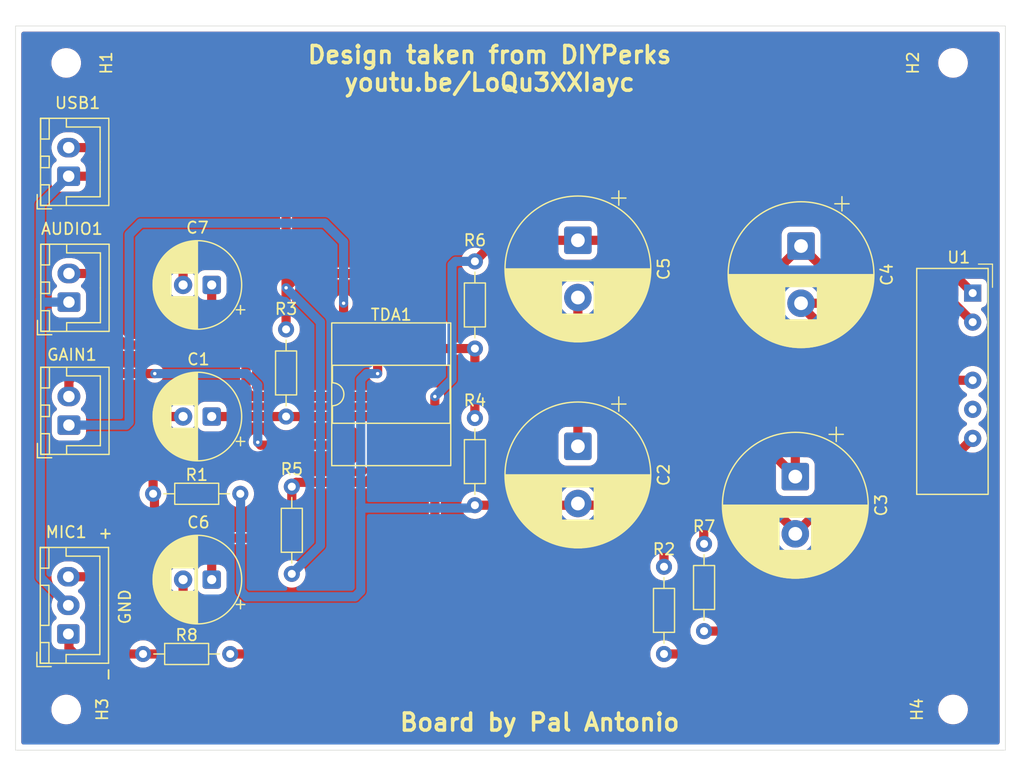
<source format=kicad_pcb>
(kicad_pcb (version 20241229) (generator "pcbnew") (generator_version "9.0")
  (layers (0 "F.Cu" signal) (2 "B.Cu" signal) (13 "F.Paste" user) (15 "B.Paste" user) (5 "F.SilkS" user "F.Silkscreen") (7 "B.SilkS" user "B.Silkscreen") (1 "F.Mask" user) (3 "B.Mask" user) (25 "Edge.Cuts" user))
  (net 0 "")
  (net 1 "Net-(MIC1-Pin_3)")
  (net 2 "Net-(U1-VIN+)")
  (net 3 "Net-(MIC1-Pin_1)")
  (net 4 "Net-(GAIN1-Pin_1)")
  (net 5 "Net-(GAIN1-Pin_2)")
  (net 6 "Net-(U1-VOUT+)")
  (net 7 "Net-(U1-VOUT-)")
  (net 9 "Net-(AUDIO1-Pin_2)")
  (net 10 "Net-(AUDIO1-Pin_1)")
  (net 11 "Net-(TDA1-E-)")
  (net 12 "Net-(TDA1-V+)")
  (net 13 "Net-(TDA1-SYM)")
  (net 14 "Net-(TDA1-E+)")
  (net 15 "Net-(TDA1-GND)")
  (footprint "Resistor_THT:R_Axial_DIN0204_L3.6mm_D1.6mm_P7.62mm_Horizontal" (layer "F.Cu") (at 48 60.15 180)
    (property "Reference" "R1" (at 3.81 1.65 180) (layer "F.SilkS"))
    (property "Value" "2k2")
    (pad "1" thru_hole circle (at 0 0 180) (size 1.4 1.4) (drill 0.7) (layers "*.Cu" "*.Mask") (net 12 "Net-(TDA1-V+)"))
    (pad "2" thru_hole circle (at 7.62 0 180) (size 1.4 1.4) (drill 0.7) (layers "*.Cu" "*.Mask") (net 1 "Net-(MIC1-Pin_3)"))
  )
  (footprint "Connector_JST:JST_XH_B2B-XH-A_1x02_P2.50mm_Vertical" (layer "F.Cu") (at 33.025 43.4 90)
    (property "Reference" "AUDIO1" (at 6.4 0.26 180) (layer "F.SilkS"))
    (property "Value" "AUDIO")
    (pad "1" thru_hole roundrect (at 0 0 90) (size 1.7 2) (drill 1) (layers "*.Cu" "*.Mask") (roundrect_rratio 0.147059) (net 10 "Net-(AUDIO1-Pin_1)"))
    (pad "2" thru_hole oval (at 2.5 0 90) (size 1.7 2) (drill 1) (layers "*.Cu" "*.Mask") (net 9 "Net-(AUDIO1-Pin_2)"))
  )
  (footprint "MountingHole:MountingHole_2.2mm_M2" (layer "F.Cu") (at 32.785 22.5)
    (property "Reference" "H1" (at 3.5 0 90) (layer "F.SilkS"))
    (property "Value" "MountingHole")
    (pad "" np_thru_hole circle (at 0 0) (size 2.2 2.2) (drill 2.2) (layers "*.Cu" "*.Mask"))
  )
  (footprint "Capacitor_THT:CP_Radial_D7.5mm_P2.50mm" (layer "F.Cu") (at 45.5 53.4 180)
    (property "Reference" "C1" (at 1.161395 5 0) (layer "F.SilkS"))
    (property "Value" "22pF")
    (pad "1" thru_hole roundrect (at 0 0 180) (size 1.6 1.6) (drill 0.8) (layers "*.Cu" "*.Mask") (roundrect_rratio 0.15625) (net 11 "Net-(TDA1-E-)"))
    (pad "2" thru_hole circle (at 2.5 0 180) (size 1.6 1.6) (drill 0.8) (layers "*.Cu" "*.Mask") (net 1 "Net-(MIC1-Pin_3)"))
  )
  (footprint "Resistor_THT:R_Axial_DIN0204_L3.6mm_D1.6mm_P7.62mm_Horizontal" (layer "F.Cu") (at 85.025 74.15 90)
    (property "Reference" "R2" (at 9.15 0 0) (layer "F.SilkS"))
    (property "Value" "100")
    (pad "1" thru_hole circle (at 0 0 90) (size 1.4 1.4) (drill 0.7) (layers "*.Cu" "*.Mask") (net 6 "Net-(U1-VOUT+)"))
    (pad "2" thru_hole circle (at 7.62 0 90) (size 1.4 1.4) (drill 0.7) (layers "*.Cu" "*.Mask") (net 12 "Net-(TDA1-V+)"))
  )
  (footprint "Resistor_THT:R_Axial_DIN0204_L3.6mm_D1.6mm_P7.62mm_Horizontal" (layer "F.Cu") (at 68.5 61.15 90)
    (property "Reference" "R4" (at 9.15 0 180) (layer "F.SilkS"))
    (property "Value" "2k2")
    (pad "1" thru_hole circle (at 0 0 90) (size 1.4 1.4) (drill 0.7) (layers "*.Cu" "*.Mask") (net 12 "Net-(TDA1-V+)"))
    (pad "2" thru_hole circle (at 7.62 0 90) (size 1.4 1.4) (drill 0.7) (layers "*.Cu" "*.Mask") (net 10 "Net-(AUDIO1-Pin_1)"))
  )
  (footprint "MountingHole:MountingHole_2.2mm_M2" (layer "F.Cu") (at 32.785 79)
    (property "Reference" "H3" (at 3.15 0 90) (layer "F.SilkS"))
    (property "Value" "MountingHole")
    (pad "" np_thru_hole circle (at 0 0) (size 2.2 2.2) (drill 2.2) (layers "*.Cu" "*.Mask"))
  )
  (footprint "Capacitor_THT:CP_Radial_D12.5mm_P5.00mm" (layer "F.Cu") (at 77.5 38 -90)
    (property "Reference" "C5" (at 2.5 -7.5 90) (layer "F.SilkS"))
    (property "Value" "2200pF")
    (pad "1" thru_hole roundrect (at 0 0 270) (size 2.4 2.4) (drill 1.2) (layers "*.Cu" "*.Mask") (roundrect_rratio 0.104167) (net 13 "Net-(TDA1-SYM)"))
    (pad "2" thru_hole circle (at 5 0 270) (size 2.4 2.4) (drill 1.2) (layers "*.Cu" "*.Mask") (net 10 "Net-(AUDIO1-Pin_1)"))
  )
  (footprint "Connector_JST:JST_XH_B2B-XH-A_1x02_P2.50mm_Vertical" (layer "F.Cu") (at 33.02 54.15 90)
    (property "Reference" "GAIN1" (at 6.15 0.265 180) (layer "F.SilkS"))
    (property "Value" "GAIN")
    (pad "1" thru_hole roundrect (at 0 0 90) (size 1.7 2) (drill 1) (layers "*.Cu" "*.Mask") (roundrect_rratio 0.147059) (net 4 "Net-(GAIN1-Pin_1)"))
    (pad "2" thru_hole oval (at 2.5 0 90) (size 1.7 2) (drill 1) (layers "*.Cu" "*.Mask") (net 5 "Net-(GAIN1-Pin_2)"))
  )
  (footprint "Resistor_THT:R_Axial_DIN0204_L3.6mm_D1.6mm_P7.62mm_Horizontal" (layer "F.Cu") (at 39.5 74.15)
    (property "Reference" "R8" (at 3.81 -1.65 0) (layer "F.SilkS"))
    (property "Value" "2k2")
    (pad "1" thru_hole circle (at 0 0) (size 1.4 1.4) (drill 0.7) (layers "*.Cu" "*.Mask") (net 3 "Net-(MIC1-Pin_1)"))
    (pad "2" thru_hole circle (at 7.62 0) (size 1.4 1.4) (drill 0.7) (layers "*.Cu" "*.Mask") (net 13 "Net-(TDA1-SYM)"))
  )
  (footprint "Resistor_THT:R_Axial_DIN0204_L3.6mm_D1.6mm_P7.62mm_Horizontal" (layer "F.Cu") (at 52.5 67.15 90)
    (property "Reference" "R5" (at 9.15 0 0) (layer "F.SilkS"))
    (property "Value" "3k9")
    (pad "1" thru_hole circle (at 0 0 90) (size 1.4 1.4) (drill 0.7) (layers "*.Cu" "*.Mask") (net 10 "Net-(AUDIO1-Pin_1)"))
    (pad "2" thru_hole circle (at 7.62 0 90) (size 1.4 1.4) (drill 0.7) (layers "*.Cu" "*.Mask") (net 14 "Net-(TDA1-E+)"))
  )
  (footprint "Capacitor_THT:CP_Radial_D7.5mm_P2.50mm" (layer "F.Cu") (at 45.5 67.65 180)
    (property "Reference" "C6" (at 1.161395 5 0) (layer "F.SilkS"))
    (property "Value" "22pF")
    (pad "1" thru_hole roundrect (at 0 0 180) (size 1.6 1.6) (drill 0.8) (layers "*.Cu" "*.Mask") (roundrect_rratio 0.15625) (net 14 "Net-(TDA1-E+)"))
    (pad "2" thru_hole circle (at 2.5 0 180) (size 1.6 1.6) (drill 0.8) (layers "*.Cu" "*.Mask") (net 3 "Net-(MIC1-Pin_1)"))
  )
  (footprint "Resistor_THT:R_Axial_DIN0204_L3.6mm_D1.6mm_P7.62mm_Horizontal" (layer "F.Cu") (at 88.525 72.15 90)
    (property "Reference" "R7" (at 9.15 0 180) (layer "F.SilkS"))
    (property "Value" "100")
    (pad "1" thru_hole circle (at 0 0 90) (size 1.4 1.4) (drill 0.7) (layers "*.Cu" "*.Mask") (net 7 "Net-(U1-VOUT-)"))
    (pad "2" thru_hole circle (at 7.62 0 90) (size 1.4 1.4) (drill 0.7) (layers "*.Cu" "*.Mask") (net 13 "Net-(TDA1-SYM)"))
  )
  (footprint "Capacitor_THT:CP_Radial_D12.5mm_P5.00mm" (layer "F.Cu") (at 96.5 58.65 -90)
    (property "Reference" "C3" (at 2.5 -7.5 270) (layer "F.SilkS"))
    (property "Value" "2200pF")
    (pad "1" thru_hole roundrect (at 0 0 270) (size 2.4 2.4) (drill 1.2) (layers "*.Cu" "*.Mask") (roundrect_rratio 0.104167) (net 2 "Net-(U1-VIN+)"))
    (pad "2" thru_hole circle (at 5 0 270) (size 2.4 2.4) (drill 1.2) (layers "*.Cu" "*.Mask") (net 10 "Net-(AUDIO1-Pin_1)"))
  )
  (footprint "Resistor_THT:R_Axial_DIN0204_L3.6mm_D1.6mm_P7.62mm_Horizontal" (layer "F.Cu") (at 68.5 47.46 90)
    (property "Reference" "R6" (at 9.46 0 180) (layer "F.SilkS"))
    (property "Value" "2k2")
    (pad "1" thru_hole circle (at 0 0 90) (size 1.4 1.4) (drill 0.7) (layers "*.Cu" "*.Mask") (net 10 "Net-(AUDIO1-Pin_1)"))
    (pad "2" thru_hole circle (at 7.62 0 90) (size 1.4 1.4) (drill 0.7) (layers "*.Cu" "*.Mask") (net 13 "Net-(TDA1-SYM)"))
  )
  (footprint "Capacitor_THT:CP_Radial_D7.5mm_P2.50mm" (layer "F.Cu") (at 45.5 41.9 180)
    (property "Reference" "C7" (at 1.25 5 0) (layer "F.SilkS"))
    (property "Value" "22pF")
    (pad "1" thru_hole roundrect (at 0 0 180) (size 1.6 1.6) (drill 0.8) (layers "*.Cu" "*.Mask") (roundrect_rratio 0.15625) (net 9 "Net-(AUDIO1-Pin_2)"))
    (pad "2" thru_hole circle (at 2.5 0 180) (size 1.6 1.6) (drill 0.8) (layers "*.Cu" "*.Mask") (net 15 "Net-(TDA1-GND)"))
  )
  (footprint "Converter_DCDC:Converter_DCDC_Murata_NMAxxxxSC_THT" (layer "F.Cu") (at 112 42.61)
    (property "Reference" "U1" (at -1.215 -3.11 180) (layer "F.SilkS"))
    (property "Value" "NMA0515SC")
    (pad "1" thru_hole rect (at 0 0) (size 1.5 1.5) (drill 0.7) (layers "*.Cu" "*.Mask") (net 2 "Net-(U1-VIN+)"))
    (pad "2" thru_hole oval (at 0 2.54) (size 1.5 1.5) (drill 0.7) (layers "*.Cu" "*.Mask") (net 10 "Net-(AUDIO1-Pin_1)"))
    (pad "4" thru_hole oval (at 0 7.62) (size 1.5 1.5) (drill 0.7) (layers "*.Cu" "*.Mask") (net 7 "Net-(U1-VOUT-)"))
    (pad "5" thru_hole oval (at 0 10.16) (size 1.5 1.5) (drill 0.7) (layers "*.Cu" "*.Mask"))
    (pad "6" thru_hole oval (at 0 12.7) (size 1.5 1.5) (drill 0.7) (layers "*.Cu" "*.Mask") (net 6 "Net-(U1-VOUT+)"))
  )
  (footprint "Resistor_THT:R_Axial_DIN0204_L3.6mm_D1.6mm_P7.62mm_Horizontal" (layer "F.Cu") (at 52 53.4 90)
    (property "Reference" "R3" (at 9.4 0 180) (layer "F.SilkS"))
    (property "Value" "3k9")
    (pad "1" thru_hole circle (at 0 0 90) (size 1.4 1.4) (drill 0.7) (layers "*.Cu" "*.Mask") (net 11 "Net-(TDA1-E-)"))
    (pad "2" thru_hole circle (at 7.62 0 90) (size 1.4 1.4) (drill 0.7) (layers "*.Cu" "*.Mask") (net 10 "Net-(AUDIO1-Pin_1)"))
  )
  (footprint "Capacitor_THT:CP_Radial_D12.5mm_P5.00mm" (layer "F.Cu") (at 97 38.5 -90)
    (property "Reference" "C4" (at 2.5 -7.5 270) (layer "F.SilkS"))
    (property "Value" "2200pF")
    (pad "1" thru_hole roundrect (at 0 0 270) (size 2.4 2.4) (drill 1.2) (layers "*.Cu" "*.Mask") (roundrect_rratio 0.104167) (net 2 "Net-(U1-VIN+)"))
    (pad "2" thru_hole circle (at 5 0 270) (size 2.4 2.4) (drill 1.2) (layers "*.Cu" "*.Mask") (net 10 "Net-(AUDIO1-Pin_1)"))
  )
  (footprint "MountingHole:MountingHole_2.2mm_M2" (layer "F.Cu") (at 110.285 79 90)
    (property "Reference" "H4" (at 0 -3.15 90) (layer "F.SilkS"))
    (property "Value" "MountingHole")
    (pad "" np_thru_hole circle (at 0 0 90) (size 2.2 2.2) (drill 2.2) (layers "*.Cu" "*.Mask"))
  )
  (footprint "MountingHole:MountingHole_2.2mm_M2" (layer "F.Cu") (at 110.285 22.5)
    (property "Reference" "H2" (at -3.5 0 90) (layer "F.SilkS"))
    (property "Value" "MountingHole")
    (pad "" np_thru_hole circle (at 0 0) (size 2.2 2.2) (drill 2.2) (layers "*.Cu" "*.Mask"))
  )
  (footprint "Connector_JST:JST_XH_B2B-XH-A_1x02_P2.50mm_Vertical" (layer "F.Cu") (at 33 32.4 90)
    (property "Reference" "USB1" (at 6.4 0.785 180) (layer "F.SilkS"))
    (property "Value" "USB 5V")
    (pad "1" thru_hole roundrect (at 0 0 90) (size 1.7 2) (drill 1) (layers "*.Cu" "*.Mask") (roundrect_rratio 0.147059) (net 10 "Net-(AUDIO1-Pin_1)"))
    (pad "2" thru_hole oval (at 2.5 0 90) (size 1.7 2) (drill 1) (layers "*.Cu" "*.Mask") (net 2 "Net-(U1-VIN+)"))
  )
  (footprint "Connector_JST:JST_XH_B3B-XH-A_1x03_P2.50mm_Vertical" (layer "F.Cu") (at 32.975 72.4 90)
    (property "Reference" "MIC1" (at 8.9 -0.19 180) (layer "F.SilkS"))
    (property "Value" "MIC")
    (pad "1" thru_hole roundrect (at 0 0 90) (size 1.7 1.95) (drill 0.95) (layers "*.Cu" "*.Mask") (roundrect_rratio 0.147059) (net 3 "Net-(MIC1-Pin_1)"))
    (pad "2" thru_hole oval (at 2.5 0 90) (size 1.7 1.95) (drill 0.95) (layers "*.Cu" "*.Mask") (net 10 "Net-(AUDIO1-Pin_1)"))
    (pad "3" thru_hole oval (at 5 0 90) (size 1.7 1.95) (drill 0.95) (layers "*.Cu" "*.Mask") (net 1 "Net-(MIC1-Pin_3)"))
  )
  (footprint "Capacitor_THT:CP_Radial_D12.5mm_P5.00mm" (layer "F.Cu") (at 77.5 56 -90)
    (property "Reference" "C2" (at 2.5 -7.5 270) (layer "F.SilkS"))
    (property "Value" "2200pF")
    (pad "1" thru_hole roundrect (at 0 0 270) (size 2.4 2.4) (drill 1.2) (layers "*.Cu" "*.Mask") (roundrect_rratio 0.104167) (net 10 "Net-(AUDIO1-Pin_1)"))
    (pad "2" thru_hole circle (at 5 0 270) (size 2.4 2.4) (drill 1.2) (layers "*.Cu" "*.Mask") (net 12 "Net-(TDA1-V+)"))
  )
  (footprint "Package_DIP:DIP-8_W8.89mm_SMDSocket_LongPads" (layer "F.Cu") (at 61.19 51.455 90)
    (property "Reference" "TDA1" (at 6.955 0 180) (layer "F.SilkS"))
    (property "Value" "TDA1522")
    (pad "1" smd roundrect (at -4.445 -3.81 90) (size 3.1 1.6) (layers "F.Cu" "F.Mask" "F.Paste") (roundrect_rratio 0.15625) (net 5 "Net-(GAIN1-Pin_2)"))
    (pad "2" smd roundrect (at -4.445 -1.27 90) (size 3.1 1.6) (layers "F.Cu" "F.Mask" "F.Paste") (roundrect_rratio 0.15625) (net 14 "Net-(TDA1-E+)"))
    (pad "3" smd roundrect (at -4.445 1.27 90) (size 3.1 1.6) (layers "F.Cu" "F.Mask" "F.Paste") (roundrect_rratio 0.15625) (net 11 "Net-(TDA1-E-)"))
    (pad "4" smd roundrect (at -4.445 3.81 90) (size 3.1 1.6) (layers "F.Cu" "F.Mask" "F.Paste") (roundrect_rratio 0.15625) (net 13 "Net-(TDA1-SYM)"))
    (pad "5" smd roundrect (at 4.445 3.81 90) (size 3.1 1.6) (layers "F.Cu" "F.Mask" "F.Paste") (roundrect_rratio 0.15625) (net 10 "Net-(AUDIO1-Pin_1)"))
    (pad "6" smd roundrect (at 4.445 1.27 90) (size 3.1 1.6) (layers "F.Cu" "F.Mask" "F.Paste") (roundrect_rratio 0.15625) (net 15 "Net-(TDA1-GND)"))
    (pad "7" smd roundrect (at 4.445 -1.27 90) (size 3.1 1.6) (layers "F.Cu" "F.Mask" "F.Paste") (roundrect_rratio 0.15625) (net 12 "Net-(TDA1-V+)"))
    (pad "8" smd roundrect (at 4.445 -3.81 90) (size 3.1 1.6) (layers "F.Cu" "F.Mask" "F.Paste") (roundrect_rratio 0.15625) (net 4 "Net-(GAIN1-Pin_1)"))
  )
  (gr_rect (start 28.36 19.27) (end 114.86 82.56) (stroke (width 0.05)) (fill no) (layer "Edge.Cuts"))
  (gr_text "-" (at 37 76.65 90) (layer "F.SilkS") (effects (font (size 1 1)) (justify left bottom)))
  (gr_text "Board by Pal Antonio" (at 61.785 81 0) (layer "F.SilkS") (effects (font (size 1.5 1.5) (thickness 0.3) (bold yes)) (justify left bottom)))
  (gr_text "Design taken from DIYPerks\nyoutu.be/LoQu3XXIayc" (at 69.785 23 0) (layer "F.SilkS") (effects (font (size 1.5 1.5) (thickness 0.3) (bold yes))))
  (gr_text "GND" (at 38.5 71.65 90) (layer "F.SilkS") (effects (font (size 1 1)) (justify left bottom)))
  (gr_text "+" (at 35.5 64.15 0) (layer "F.SilkS") (effects (font (size 1 1)) (justify left bottom)))
  (segment (start 40.5 66.15) (end 39.25 67.4) (width 0.8) (layer "F.Cu") (net 1))
  (segment (start 39.25 67.4) (end 32.975 67.4) (width 0.8) (layer "F.Cu") (net 1))
  (segment (start 40.38 60.15) (end 40.5 60.27) (width 0.8) (layer "F.Cu") (net 1))
  (segment (start 40.38 54.27) (end 40.38 60.15) (width 0.8) (layer "F.Cu") (net 1))
  (segment (start 40.5 60.27) (end 40.5 66.15) (width 0.8) (layer "F.Cu") (net 1))
  (segment (start 41.25 53.4) (end 40.38 54.27) (width 0.8) (layer "F.Cu") (net 1))
  (segment (start 43 53.4) (end 41.25 53.4) (width 0.8) (layer "F.Cu") (net 1))
  (segment (start 93.025 30.675) (end 93.025 55.175) (width 0.8) (layer "F.Cu") (net 2))
  (segment (start 92.25 29.9) (end 93.025 30.675) (width 0.8) (layer "F.Cu") (net 2))
  (segment (start 96.5 58.65) (end 96.5 56.15) (width 0.8) (layer "F.Cu") (net 2))
  (segment (start 95.5 40.15) (end 95.5 40) (width 0.8) (layer "F.Cu") (net 2))
  (segment (start 98.65 40.15) (end 109.54 40.15) (width 0.8) (layer "F.Cu") (net 2))
  (segment (start 96.5 56.15) (end 95.199 54.849) (width 0.8) (layer "F.Cu") (net 2))
  (segment (start 95.5 40) (end 97 38.5) (width 0.8) (layer "F.Cu") (net 2))
  (segment (start 109.54 40.15) (end 112 42.61) (width 0.8) (layer "F.Cu") (net 2))
  (segment (start 93.025 55.175) (end 96.5 58.65) (width 0.8) (layer "F.Cu") (net 2))
  (segment (start 33 29.9) (end 92.25 29.9) (width 0.8) (layer "F.Cu") (net 2))
  (segment (start 97 38.5) (end 98.65 40.15) (width 0.8) (layer "F.Cu") (net 2))
  (segment (start 95.199 54.849) (end 95.199 40.451) (width 0.8) (layer "F.Cu") (net 2))
  (segment (start 95.199 40.451) (end 95.5 40.15) (width 0.8) (layer "F.Cu") (net 2))
  (segment (start 33.025 73.65) (end 33.525 74.15) (width 0.8) (layer "F.Cu") (net 3))
  (segment (start 33.525 74.15) (end 39.5 74.15) (width 0.8) (layer "F.Cu") (net 3))
  (segment (start 33.025 72.45) (end 33.025 73.65) (width 0.8) (layer "F.Cu") (net 3))
  (segment (start 42.635 74.15) (end 39.5 74.15) (width 0.8) (layer "F.Cu") (net 3))
  (segment (start 43 67.65) (end 43 73.785) (width 0.8) (layer "F.Cu") (net 3))
  (segment (start 43 73.785) (end 42.635 74.15) (width 0.8) (layer "F.Cu") (net 3))
  (segment (start 32.975 72.4) (end 33.025 72.45) (width 0.8) (layer "F.Cu") (net 3))
  (segment (start 57.025 46.655) (end 57.38 47.01) (width 0.8) (layer "F.Cu") (net 4))
  (segment (start 57.5 46.89) (end 57.38 47.01) (width 0.8) (layer "F.Cu") (net 4))
  (segment (start 57.025 43.5) (end 57.025 46.655) (width 0.8) (layer "F.Cu") (net 4))
  (via (at 57.025 43.5) (size 0.6) (drill 0.3) (layers "F.Cu" "B.Cu") (net 4))
  (segment (start 57.025 38.15) (end 55.375 36.5) (width 0.8) (layer "B.Cu") (net 4))
  (segment (start 38.285 37.5) (end 38.285 53.89) (width 0.8) (layer "B.Cu") (net 4))
  (segment (start 57.025 43.5) (end 57.025 38.15) (width 0.8) (layer "B.Cu") (net 4))
  (segment (start 55.375 36.5) (end 39.285 36.5) (width 0.8) (layer "B.Cu") (net 4))
  (segment (start 38.285 53.89) (end 38.025 54.15) (width 0.8) (layer "B.Cu") (net 4))
  (segment (start 39.285 36.5) (end 38.285 37.5) (width 0.8) (layer "B.Cu") (net 4))
  (segment (start 38.025 54.15) (end 33.02 54.15) (width 0.8) (layer "B.Cu") (net 4))
  (segment (start 40.525 49.65) (end 33.635 49.65) (width 0.8) (layer "F.Cu") (net 5))
  (segment (start 49.775 55.9) (end 57.38 55.9) (width 0.8) (layer "F.Cu") (net 5))
  (segment (start 49.525 55.65) (end 49.775 55.9) (width 0.8) (layer "F.Cu") (net 5))
  (segment (start 33.635 49.65) (end 33.02 50.265) (width 0.8) (layer "F.Cu") (net 5))
  (segment (start 33.02 50.265) (end 33.02 51.65) (width 0.8) (layer "F.Cu") (net 5))
  (via (at 40.525 49.65) (size 0.6) (drill 0.3) (layers "F.Cu" "B.Cu") (net 5))
  (via (at 49.525 55.65) (size 0.6) (drill 0.3) (layers "F.Cu" "B.Cu") (net 5))
  (segment (start 48.525 49.65) (end 40.525 49.65) (width 0.8) (layer "B.Cu") (net 5))
  (segment (start 49.525 50.65) (end 48.525 49.65) (width 0.8) (layer "B.Cu") (net 5))
  (segment (start 49.525 55.65) (end 49.525 50.65) (width 0.8) (layer "B.Cu") (net 5))
  (segment (start 110.025 74.15) (end 111.025 73.15) (width 0.8) (layer "F.Cu") (net 6))
  (segment (start 111.025 73.15) (end 111.025 56.285) (width 0.8) (layer "F.Cu") (net 6))
  (segment (start 111.025 56.285) (end 112 55.31) (width 0.8) (layer "F.Cu") (net 6))
  (segment (start 85.025 74.15) (end 110.025 74.15) (width 0.8) (layer "F.Cu") (net 6))
  (segment (start 109.945 50.23) (end 109.025 51.15) (width 0.8) (layer "F.Cu") (net 7))
  (segment (start 108.525 72.15) (end 88.525 72.15) (width 0.8) (layer "F.Cu") (net 7))
  (segment (start 109.025 71.65) (end 108.525 72.15) (width 0.8) (layer "F.Cu") (net 7))
  (segment (start 112 50.23) (end 109.945 50.23) (width 0.8) (layer "F.Cu") (net 7))
  (segment (start 109.025 51.15) (end 109.025 71.65) (width 0.8) (layer "F.Cu") (net 7))
  (segment (start 35.785 41.89) (end 35.785 45) (width 0.8) (layer "F.Cu") (net 9))
  (segment (start 33.025 40.9) (end 34.795 40.9) (width 0.8) (layer "F.Cu") (net 9))
  (segment (start 34.795 40.9) (end 35.785 41.89) (width 0.8) (layer "F.Cu") (net 9))
  (segment (start 45 47.15) (end 45.5 46.65) (width 0.8) (layer "F.Cu") (net 9))
  (segment (start 45.5 46.65) (end 45.5 41.9) (width 0.8) (layer "F.Cu") (net 9))
  (segment (start 37.935 47.15) (end 45 47.15) (width 0.8) (layer "F.Cu") (net 9))
  (segment (start 35.785 45) (end 37.935 47.15) (width 0.8) (layer "F.Cu") (net 9))
  (segment (start 68.5 50.65) (end 68.5 50.15) (width 0.8) (layer "F.Cu") (net 10))
  (segment (start 51.25 32.4) (end 39 32.4) (width 0.8) (layer "F.Cu") (net 10))
  (segment (start 97 43.715) (end 99.285 46) (width 0.8) (layer "F.Cu") (net 10))
  (segment (start 91.025 57.935) (end 91.025 31.625) (width 0.8) (layer "F.Cu") (net 10))
  (segment (start 96.5 63.41) (end 91.025 57.935) (width 0.8) (layer "F.Cu") (net 10))
  (segment (start 77.5 42.65) (end 77.5 50.15) (width 0.8) (layer "F.Cu") (net 10))
  (segment (start 68.5 47.46) (end 65.45 47.46) (width 0.8) (layer "F.Cu") (net 10))
  (segment (start 53.25 40.9) (end 52 42.15) (width 0.8) (layer "F.Cu") (net 10))
  (segment (start 65 40.9) (end 53.25 40.9) (width 0.8) (layer "F.Cu") (net 10))
  (segment (start 65.45 47.46) (end 65 47.01) (width 0.8) (layer "F.Cu") (net 10))
  (segment (start 66.25 31.4) (end 65 32.65) (width 0.8) (layer "F.Cu") (net 10))
  (segment (start 68.5 50.15) (end 77.5 50.15) (width 0.8) (layer "F.Cu") (net 10))
  (segment (start 99.285 60.865) (end 96.5 63.65) (width 0.8) (layer "F.Cu") (net 10))
  (segment (start 68.5 50.15) (end 68.5 47.46) (width 0.8) (layer "F.Cu") (net 10))
  (segment (start 112 45.15) (end 110.35 43.5) (width 0.8) (layer "F.Cu") (net 10))
  (segment (start 99.285 46) (end 99.285 60.865) (width 0.8) (layer "F.Cu") (net 10))
  (segment (start 77.5 50.15) (end 77.5 56) (width 0.8) (layer "F.Cu") (net 10))
  (segment (start 91.025 31.625) (end 90.8 31.4) (width 0.8) (layer "F.Cu") (net 10))
  (segment (start 52 33.15) (end 51.25 32.4) (width 0.8) (layer "F.Cu") (net 10))
  (segment (start 90.8 31.4) (end 66.25 31.4) (width 0.8) (layer "F.Cu") (net 10))
  (segment (start 68.5 53.53) (end 68.5 50.65) (width 0.8) (layer "F.Cu") (net 10))
  (segment (start 97 43.5) (end 97 43.715) (width 0.8) (layer "F.Cu") (net 10))
  (segment (start 65 32.65) (end 65 40.9) (width 0.8) (layer "F.Cu") (net 10))
  (segment (start 96.5 63.65) (end 96.5 63.41) (width 0.8) (layer "F.Cu") (net 10))
  (segment (start 52 42.15) (end 52 33.15) (width 0.8) (layer "F.Cu") (net 10))
  (segment (start 110.35 43.5) (end 97 43.5) (width 0.8) (layer "F.Cu") (net 10))
  (segment (start 39 32.4) (end 33 32.4) (width 0.8) (layer "F.Cu") (net 10))
  (segment (start 65 40.9) (end 65 47.01) (width 0.8) (layer "F.Cu") (net 10))
  (segment (start 52 45.78) (end 52 42.15) (width 0.8) (layer "F.Cu") (net 10))
  (via (at 52 42.15) (size 0.6) (drill 0.3) (layers "F.Cu" "B.Cu") (net 10))
  (segment (start 30.775 43.4) (end 30.525 43.15) (width 0.8) (layer "B.Cu") (net 10))
  (segment (start 30.525 67.45) (end 30.525 43.15) (width 0.8) (layer "B.Cu") (net 10))
  (segment (start 30.525 34.875) (end 33 32.4) (width 0.8) (layer "B.Cu") (net 10))
  (segment (start 55 45.15) (end 55 64.65) (width 0.8) (layer "B.Cu") (net 10))
  (segment (start 55 64.65) (end 52.5 67.15) (width 0.8) (layer "B.Cu") (net 10))
  (segment (start 30.525 43.15) (end 30.525 34.875) (width 0.8) (layer "B.Cu") (net 10))
  (segment (start 33.025 43.4) (end 30.775 43.4) (width 0.8) (layer "B.Cu") (net 10))
  (segment (start 32.975 69.9) (end 30.525 67.45) (width 0.8) (layer "B.Cu") (net 10))
  (segment (start 52 42.15) (end 55 45.15) (width 0.8) (layer "B.Cu") (net 10))
  (segment (start 62.25 53.4) (end 62.46 53.61) (width 0.8) (layer "F.Cu") (net 11))
  (segment (start 62.46 53.61) (end 62.46 55.9) (width 0.8) (layer "F.Cu") (net 11))
  (segment (start 52 53.4) (end 45.5 53.4) (width 0.8) (layer "F.Cu") (net 11))
  (segment (start 52 53.4) (end 62.25 53.4) (width 0.8) (layer "F.Cu") (net 11))
  (segment (start 77.5 61.15) (end 68.5 61.15) (width 0.8) (layer "F.Cu") (net 12))
  (segment (start 85.025 62.055) (end 84.12 61.15) (width 0.8) (layer "F.Cu") (net 12))
  (segment (start 60 47.09) (end 59.92 47.01) (width 0.8) (layer "F.Cu") (net 12))
  (segment (start 85.025 66.53) (end 85.025 62.055) (width 0.8) (layer "F.Cu") (net 12))
  (segment (start 60 49.65) (end 60 47.09) (width 0.8) (layer "F.Cu") (net 12))
  (segment (start 84.12 61.15) (end 77.5 61.15) (width 0.8) (layer "F.Cu") (net 12))
  (via (at 60 49.65) (size 0.6) (drill 0.3) (layers "F.Cu" "B.Cu") (net 12))
  (segment (start 48.525 69.15) (end 58.025 69.15) (width 0.8) (layer "B.Cu") (net 12))
  (segment (start 58.525 50.175) (end 58.525 61.4) (width 0.8) (layer "B.Cu") (net 12))
  (segment (start 48 60.15) (end 48.025 60.175) (width 0.8) (layer "B.Cu") (net 12))
  (segment (start 58.525 61.4) (end 68.25 61.4) (width 0.8) (layer "B.Cu") (net 12))
  (segment (start 60 49.65) (end 59.05 49.65) (width 0.8) (layer "B.Cu") (net 12))
  (segment (start 58.525 68.65) (end 58.525 61.4) (width 0.8) (layer "B.Cu") (net 12))
  (segment (start 48.025 68.65) (end 48.525 69.15) (width 0.8) (layer "B.Cu") (net 12))
  (segment (start 59.05 49.65) (end 58.525 50.175) (width 0.8) (layer "B.Cu") (net 12))
  (segment (start 58.025 69.15) (end 58.525 68.65) (width 0.8) (layer "B.Cu") (net 12))
  (segment (start 68.25 61.4) (end 68.5 61.15) (width 0.8) (layer "B.Cu") (net 12))
  (segment (start 48.025 60.175) (end 48.025 68.65) (width 0.8) (layer "B.Cu") (net 12))
  (segment (start 47.12 74.15) (end 64.135 74.15) (width 0.8) (layer "F.Cu") (net 13))
  (segment (start 64.135 74.15) (end 65 73.285) (width 0.8) (layer "F.Cu") (net 13))
  (segment (start 70.34 38) (end 68.5 39.84) (width 0.8) (layer "F.Cu") (net 13))
  (segment (start 88.5 39.215) (end 87.285 38) (width 0.8) (layer "F.Cu") (net 13))
  (segment (start 88.5 64.505) (end 88.5 39.215) (width 0.8) (layer "F.Cu") (net 13))
  (segment (start 65 51.65) (end 65 55.9) (width 0.8) (layer "F.Cu") (net 13))
  (segment (start 65 73.285) (end 65 55.9) (width 0.8) (layer "F.Cu") (net 13))
  (segment (start 77.5 38) (end 70.34 38) (width 0.8) (layer "F.Cu") (net 13))
  (segment (start 88.525 64.53) (end 88.5 64.505) (width 0.8) (layer "F.Cu") (net 13))
  (segment (start 87.285 38) (end 77.5 38) (width 0.8) (layer "F.Cu") (net 13))
  (via (at 65 51.65) (size 0.6) (drill 0.3) (layers "F.Cu" "B.Cu") (net 13))
  (segment (start 66.5 50.15) (end 65 51.65) (width 0.8) (layer "B.Cu") (net 13))
  (segment (start 66.5 40.15) (end 66.5 50.15) (width 0.8) (layer "B.Cu") (net 13))
  (segment (start 66.81 39.84) (end 66.5 40.15) (width 0.8) (layer "B.Cu") (net 13))
  (segment (start 68.5 39.84) (end 66.81 39.84) (width 0.8) (layer "B.Cu") (net 13))
  (segment (start 59 59.15) (end 52.88 59.15) (width 0.8) (layer "F.Cu") (net 14))
  (segment (start 52.5 63.65) (end 52.5 59.53) (width 0.8) (layer "F.Cu") (net 14))
  (segment (start 60 58.15) (end 59 59.15) (width 0.8) (layer "F.Cu") (net 14))
  (segment (start 45.5 67.65) (end 45.5 64.65) (width 0.8) (layer "F.Cu") (net 14))
  (segment (start 59.92 55.9) (end 60 55.98) (width 0.8) (layer "F.Cu") (net 14))
  (segment (start 52.12 64.03) (end 52.5 63.65) (width 0.8) (layer "F.Cu") (net 14))
  (segment (start 52.88 59.15) (end 52.5 59.53) (width 0.8) (layer "F.Cu") (net 14))
  (segment (start 45.5 64.65) (end 46.12 64.03) (width 0.8) (layer "F.Cu") (net 14))
  (segment (start 60 55.98) (end 60 58.15) (width 0.8) (layer "F.Cu") (net 14))
  (segment (start 46.12 64.03) (end 52.12 64.03) (width 0.8) (layer "F.Cu") (net 14))
  (segment (start 48 38.65) (end 43.5 38.65) (width 0.8) (layer "F.Cu") (net 15))
  (segment (start 48.5 51.15) (end 48.5 39.15) (width 0.8) (layer "F.Cu") (net 15))
  (segment (start 62 51.65) (end 49 51.65) (width 0.8) (layer "F.Cu") (net 15))
  (segment (start 43.5 38.65) (end 43 39.15) (width 0.8) (layer "F.Cu") (net 15))
  (segment (start 62.46 51.19) (end 62 51.65) (width 0.8) (layer "F.Cu") (net 15))
  (segment (start 49 51.65) (end 48.5 51.15) (width 0.8) (layer "F.Cu") (net 15))
  (segment (start 62.46 47.01) (end 62.46 51.19) (width 0.8) (layer "F.Cu") (net 15))
  (segment (start 48.5 39.15) (end 48 38.65) (width 0.8) (layer "F.Cu") (net 15))
  (segment (start 43 39.15) (end 43 41.9) (width 0.8) (layer "F.Cu") (net 15))
  (zone (net 0) (net_name "") (layers "F.Cu" "B.Cu") (connect_pads (clearance 0.5)) (min_thickness 0.4) (fill yes (thermal_gap 0.5) (thermal_bridge_width 0.5) (island_removal_mode 1) (island_area_min 10))
    (polygon (pts (xy 27 17.5) (xy 116.5 17) (xy 116.5 84) (xy 27 84)))
  )
)
</source>
